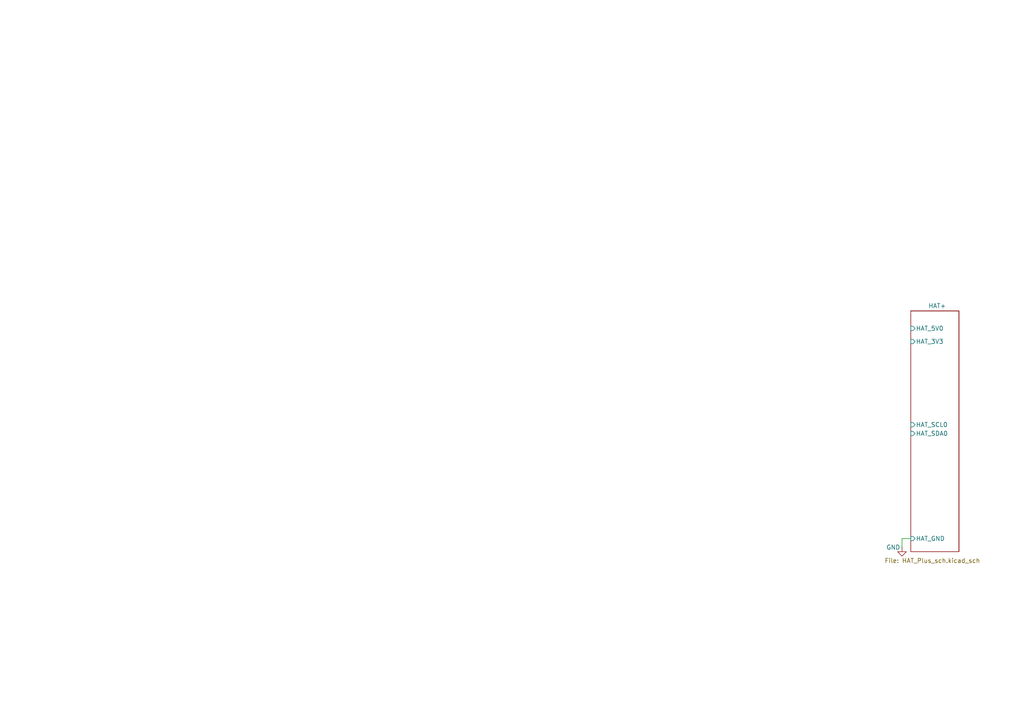
<source format=kicad_sch>
(kicad_sch (version 20230121) (generator eeschema)
  (paper "A4")
  (lib_symbols
    (symbol "power:GND" (power) (pin_names (offset 0))
      (property "Value" "GND" (at 0 -3.81 0))
      (symbol "GND_0_1"
        (polyline (pts (xy 0 0) (xy 0 -1.27) (xy 1.27 -1.27) (xy 0 -2.54) (xy -1.27 -1.27) (xy 0 -1.27)))
      )
      (symbol "GND_1_1"
        (pin power_in line (at 0 0 270) (length 0) hide (name "GND") (number "1"))
      )
    )
  )
  (wire (pts (xy 261.62 156.21) (xy 261.62 158.75)))
  (wire (pts (xy 264.16 156.21) (xy 261.62 156.21)))
  (symbol (lib_id "power:GND") (at 261.62 158.75 0) (mirror y) (unit 1)
    (property "Reference" "#PWR014" (effects hide))
    (property "Value" "GND" (at 259.08 158.75 0))
  )
  (sheet (at 264.16 90.17) (size 13.97 69.85) (stroke (width 0.1524))
    (property "Sheetname" "HAT+" (at 269.24 89.4584 0) (effects (justify left bottom)))
    (property "Sheetfile" "HAT_Plus_sch.kicad_sch" (at 256.54 161.8746 0) (effects (justify left top)))
    (pin "HAT_GND" input (at 264.16 156.21 180))
    (pin "HAT_3V3" input (at 264.16 99.06 180))
    (pin "HAT_5V0" input (at 264.16 95.25 180))
    (pin "HAT_SCL0" input (at 264.16 123.19 180))
    (pin "HAT_SDA0" input (at 264.16 125.73 180))
  )
)
</source>
